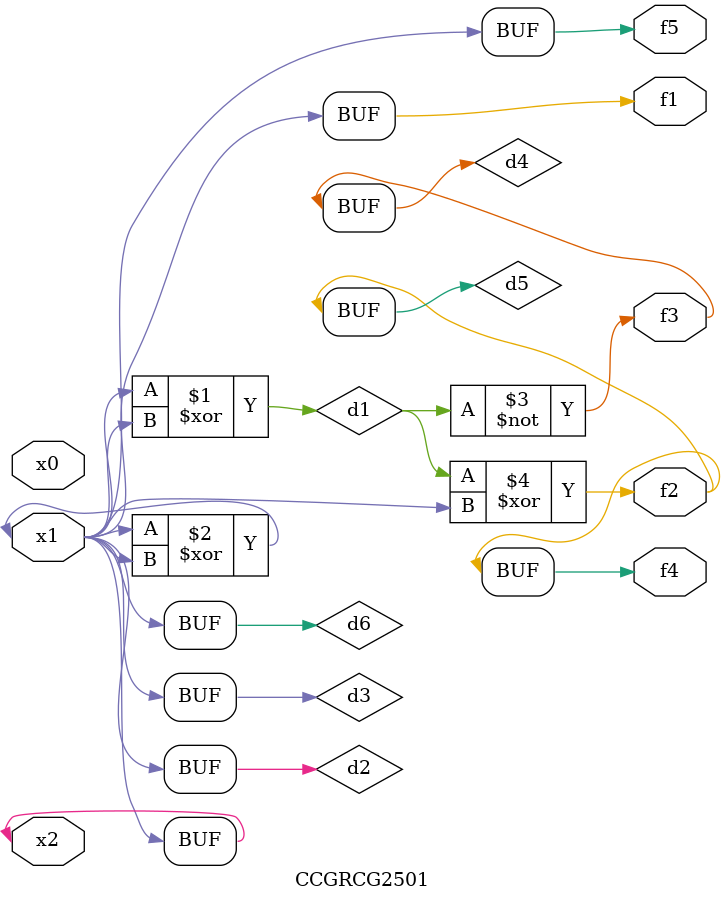
<source format=v>
module CCGRCG2501(
	input x0, x1, x2,
	output f1, f2, f3, f4, f5
);

	wire d1, d2, d3, d4, d5, d6;

	xor (d1, x1, x2);
	buf (d2, x1, x2);
	xor (d3, x1, x2);
	nor (d4, d1);
	xor (d5, d1, d2);
	buf (d6, d2, d3);
	assign f1 = d6;
	assign f2 = d5;
	assign f3 = d4;
	assign f4 = d5;
	assign f5 = d6;
endmodule

</source>
